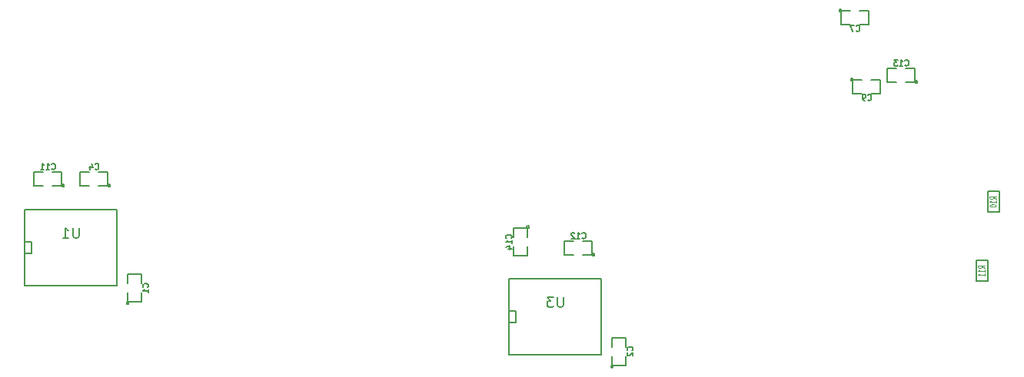
<source format=gbo>
G04 (created by PCBNEW-RS274X (2012-apr-16-27)-stable) date Sat 25 Jan 2014 11:43:21 AM EET*
G01*
G70*
G90*
%MOIN*%
G04 Gerber Fmt 3.4, Leading zero omitted, Abs format*
%FSLAX34Y34*%
G04 APERTURE LIST*
%ADD10C,0.006000*%
%ADD11C,0.005000*%
%ADD12C,0.008000*%
%ADD13C,0.004500*%
G04 APERTURE END LIST*
G54D10*
G54D11*
X65750Y-40850D02*
X61750Y-40850D01*
X61750Y-40850D02*
X61750Y-44150D01*
X61750Y-44150D02*
X65750Y-44150D01*
X65750Y-44150D02*
X65750Y-40850D01*
X61750Y-42750D02*
X62050Y-42750D01*
X62050Y-42750D02*
X62050Y-42250D01*
X62050Y-42250D02*
X61750Y-42250D01*
X44750Y-37850D02*
X40750Y-37850D01*
X40750Y-37850D02*
X40750Y-41150D01*
X40750Y-41150D02*
X44750Y-41150D01*
X44750Y-41150D02*
X44750Y-37850D01*
X40750Y-39750D02*
X41050Y-39750D01*
X41050Y-39750D02*
X41050Y-39250D01*
X41050Y-39250D02*
X40750Y-39250D01*
X42450Y-36800D02*
X42449Y-36809D01*
X42446Y-36819D01*
X42441Y-36827D01*
X42435Y-36835D01*
X42427Y-36841D01*
X42419Y-36846D01*
X42410Y-36848D01*
X42400Y-36849D01*
X42391Y-36849D01*
X42382Y-36846D01*
X42373Y-36841D01*
X42366Y-36835D01*
X42359Y-36828D01*
X42355Y-36819D01*
X42352Y-36810D01*
X42351Y-36800D01*
X42351Y-36791D01*
X42354Y-36782D01*
X42358Y-36773D01*
X42365Y-36766D01*
X42372Y-36759D01*
X42380Y-36755D01*
X42390Y-36752D01*
X42399Y-36751D01*
X42408Y-36751D01*
X42418Y-36754D01*
X42426Y-36758D01*
X42434Y-36764D01*
X42440Y-36772D01*
X42445Y-36780D01*
X42448Y-36789D01*
X42449Y-36799D01*
X42450Y-36800D01*
X41950Y-36800D02*
X42350Y-36800D01*
X42350Y-36800D02*
X42350Y-36200D01*
X42350Y-36200D02*
X41950Y-36200D01*
X41550Y-36200D02*
X41150Y-36200D01*
X41150Y-36200D02*
X41150Y-36800D01*
X41150Y-36800D02*
X41550Y-36800D01*
X65450Y-39800D02*
X65449Y-39809D01*
X65446Y-39819D01*
X65441Y-39827D01*
X65435Y-39835D01*
X65427Y-39841D01*
X65419Y-39846D01*
X65410Y-39848D01*
X65400Y-39849D01*
X65391Y-39849D01*
X65382Y-39846D01*
X65373Y-39841D01*
X65366Y-39835D01*
X65359Y-39828D01*
X65355Y-39819D01*
X65352Y-39810D01*
X65351Y-39800D01*
X65351Y-39791D01*
X65354Y-39782D01*
X65358Y-39773D01*
X65365Y-39766D01*
X65372Y-39759D01*
X65380Y-39755D01*
X65390Y-39752D01*
X65399Y-39751D01*
X65408Y-39751D01*
X65418Y-39754D01*
X65426Y-39758D01*
X65434Y-39764D01*
X65440Y-39772D01*
X65445Y-39780D01*
X65448Y-39789D01*
X65449Y-39799D01*
X65450Y-39800D01*
X64950Y-39800D02*
X65350Y-39800D01*
X65350Y-39800D02*
X65350Y-39200D01*
X65350Y-39200D02*
X64950Y-39200D01*
X64550Y-39200D02*
X64150Y-39200D01*
X64150Y-39200D02*
X64150Y-39800D01*
X64150Y-39800D02*
X64550Y-39800D01*
X79450Y-32300D02*
X79449Y-32309D01*
X79446Y-32319D01*
X79441Y-32327D01*
X79435Y-32335D01*
X79427Y-32341D01*
X79419Y-32346D01*
X79410Y-32348D01*
X79400Y-32349D01*
X79391Y-32349D01*
X79382Y-32346D01*
X79373Y-32341D01*
X79366Y-32335D01*
X79359Y-32328D01*
X79355Y-32319D01*
X79352Y-32310D01*
X79351Y-32300D01*
X79351Y-32291D01*
X79354Y-32282D01*
X79358Y-32273D01*
X79365Y-32266D01*
X79372Y-32259D01*
X79380Y-32255D01*
X79390Y-32252D01*
X79399Y-32251D01*
X79408Y-32251D01*
X79418Y-32254D01*
X79426Y-32258D01*
X79434Y-32264D01*
X79440Y-32272D01*
X79445Y-32280D01*
X79448Y-32289D01*
X79449Y-32299D01*
X79450Y-32300D01*
X78950Y-32300D02*
X79350Y-32300D01*
X79350Y-32300D02*
X79350Y-31700D01*
X79350Y-31700D02*
X78950Y-31700D01*
X78550Y-31700D02*
X78150Y-31700D01*
X78150Y-31700D02*
X78150Y-32300D01*
X78150Y-32300D02*
X78550Y-32300D01*
X62600Y-38600D02*
X62599Y-38609D01*
X62596Y-38619D01*
X62591Y-38627D01*
X62585Y-38635D01*
X62577Y-38641D01*
X62569Y-38646D01*
X62560Y-38648D01*
X62550Y-38649D01*
X62541Y-38649D01*
X62532Y-38646D01*
X62523Y-38641D01*
X62516Y-38635D01*
X62509Y-38628D01*
X62505Y-38619D01*
X62502Y-38610D01*
X62501Y-38600D01*
X62501Y-38591D01*
X62504Y-38582D01*
X62508Y-38573D01*
X62515Y-38566D01*
X62522Y-38559D01*
X62530Y-38555D01*
X62540Y-38552D01*
X62549Y-38551D01*
X62558Y-38551D01*
X62568Y-38554D01*
X62576Y-38558D01*
X62584Y-38564D01*
X62590Y-38572D01*
X62595Y-38580D01*
X62598Y-38589D01*
X62599Y-38599D01*
X62600Y-38600D01*
X62550Y-39050D02*
X62550Y-38650D01*
X62550Y-38650D02*
X61950Y-38650D01*
X61950Y-38650D02*
X61950Y-39050D01*
X61950Y-39450D02*
X61950Y-39850D01*
X61950Y-39850D02*
X62550Y-39850D01*
X62550Y-39850D02*
X62550Y-39450D01*
X45250Y-41900D02*
X45249Y-41909D01*
X45246Y-41919D01*
X45241Y-41927D01*
X45235Y-41935D01*
X45227Y-41941D01*
X45219Y-41946D01*
X45210Y-41948D01*
X45200Y-41949D01*
X45191Y-41949D01*
X45182Y-41946D01*
X45173Y-41941D01*
X45166Y-41935D01*
X45159Y-41928D01*
X45155Y-41919D01*
X45152Y-41910D01*
X45151Y-41900D01*
X45151Y-41891D01*
X45154Y-41882D01*
X45158Y-41873D01*
X45165Y-41866D01*
X45172Y-41859D01*
X45180Y-41855D01*
X45190Y-41852D01*
X45199Y-41851D01*
X45208Y-41851D01*
X45218Y-41854D01*
X45226Y-41858D01*
X45234Y-41864D01*
X45240Y-41872D01*
X45245Y-41880D01*
X45248Y-41889D01*
X45249Y-41899D01*
X45250Y-41900D01*
X45200Y-41450D02*
X45200Y-41850D01*
X45200Y-41850D02*
X45800Y-41850D01*
X45800Y-41850D02*
X45800Y-41450D01*
X45800Y-41050D02*
X45800Y-40650D01*
X45800Y-40650D02*
X45200Y-40650D01*
X45200Y-40650D02*
X45200Y-41050D01*
X44450Y-36800D02*
X44449Y-36809D01*
X44446Y-36819D01*
X44441Y-36827D01*
X44435Y-36835D01*
X44427Y-36841D01*
X44419Y-36846D01*
X44410Y-36848D01*
X44400Y-36849D01*
X44391Y-36849D01*
X44382Y-36846D01*
X44373Y-36841D01*
X44366Y-36835D01*
X44359Y-36828D01*
X44355Y-36819D01*
X44352Y-36810D01*
X44351Y-36800D01*
X44351Y-36791D01*
X44354Y-36782D01*
X44358Y-36773D01*
X44365Y-36766D01*
X44372Y-36759D01*
X44380Y-36755D01*
X44390Y-36752D01*
X44399Y-36751D01*
X44408Y-36751D01*
X44418Y-36754D01*
X44426Y-36758D01*
X44434Y-36764D01*
X44440Y-36772D01*
X44445Y-36780D01*
X44448Y-36789D01*
X44449Y-36799D01*
X44450Y-36800D01*
X43950Y-36800D02*
X44350Y-36800D01*
X44350Y-36800D02*
X44350Y-36200D01*
X44350Y-36200D02*
X43950Y-36200D01*
X43550Y-36200D02*
X43150Y-36200D01*
X43150Y-36200D02*
X43150Y-36800D01*
X43150Y-36800D02*
X43550Y-36800D01*
X66250Y-44650D02*
X66249Y-44659D01*
X66246Y-44669D01*
X66241Y-44677D01*
X66235Y-44685D01*
X66227Y-44691D01*
X66219Y-44696D01*
X66210Y-44698D01*
X66200Y-44699D01*
X66191Y-44699D01*
X66182Y-44696D01*
X66173Y-44691D01*
X66166Y-44685D01*
X66159Y-44678D01*
X66155Y-44669D01*
X66152Y-44660D01*
X66151Y-44650D01*
X66151Y-44641D01*
X66154Y-44632D01*
X66158Y-44623D01*
X66165Y-44616D01*
X66172Y-44609D01*
X66180Y-44605D01*
X66190Y-44602D01*
X66199Y-44601D01*
X66208Y-44601D01*
X66218Y-44604D01*
X66226Y-44608D01*
X66234Y-44614D01*
X66240Y-44622D01*
X66245Y-44630D01*
X66248Y-44639D01*
X66249Y-44649D01*
X66250Y-44650D01*
X66200Y-44200D02*
X66200Y-44600D01*
X66200Y-44600D02*
X66800Y-44600D01*
X66800Y-44600D02*
X66800Y-44200D01*
X66800Y-43800D02*
X66800Y-43400D01*
X66800Y-43400D02*
X66200Y-43400D01*
X66200Y-43400D02*
X66200Y-43800D01*
X76150Y-29200D02*
X76149Y-29209D01*
X76146Y-29219D01*
X76141Y-29227D01*
X76135Y-29235D01*
X76127Y-29241D01*
X76119Y-29246D01*
X76110Y-29248D01*
X76100Y-29249D01*
X76091Y-29249D01*
X76082Y-29246D01*
X76073Y-29241D01*
X76066Y-29235D01*
X76059Y-29228D01*
X76055Y-29219D01*
X76052Y-29210D01*
X76051Y-29200D01*
X76051Y-29191D01*
X76054Y-29182D01*
X76058Y-29173D01*
X76065Y-29166D01*
X76072Y-29159D01*
X76080Y-29155D01*
X76090Y-29152D01*
X76099Y-29151D01*
X76108Y-29151D01*
X76118Y-29154D01*
X76126Y-29158D01*
X76134Y-29164D01*
X76140Y-29172D01*
X76145Y-29180D01*
X76148Y-29189D01*
X76149Y-29199D01*
X76150Y-29200D01*
X76550Y-29200D02*
X76150Y-29200D01*
X76150Y-29200D02*
X76150Y-29800D01*
X76150Y-29800D02*
X76550Y-29800D01*
X76950Y-29800D02*
X77350Y-29800D01*
X77350Y-29800D02*
X77350Y-29200D01*
X77350Y-29200D02*
X76950Y-29200D01*
X76650Y-32200D02*
X76649Y-32209D01*
X76646Y-32219D01*
X76641Y-32227D01*
X76635Y-32235D01*
X76627Y-32241D01*
X76619Y-32246D01*
X76610Y-32248D01*
X76600Y-32249D01*
X76591Y-32249D01*
X76582Y-32246D01*
X76573Y-32241D01*
X76566Y-32235D01*
X76559Y-32228D01*
X76555Y-32219D01*
X76552Y-32210D01*
X76551Y-32200D01*
X76551Y-32191D01*
X76554Y-32182D01*
X76558Y-32173D01*
X76565Y-32166D01*
X76572Y-32159D01*
X76580Y-32155D01*
X76590Y-32152D01*
X76599Y-32151D01*
X76608Y-32151D01*
X76618Y-32154D01*
X76626Y-32158D01*
X76634Y-32164D01*
X76640Y-32172D01*
X76645Y-32180D01*
X76648Y-32189D01*
X76649Y-32199D01*
X76650Y-32200D01*
X77050Y-32200D02*
X76650Y-32200D01*
X76650Y-32200D02*
X76650Y-32800D01*
X76650Y-32800D02*
X77050Y-32800D01*
X77450Y-32800D02*
X77850Y-32800D01*
X77850Y-32800D02*
X77850Y-32200D01*
X77850Y-32200D02*
X77450Y-32200D01*
X82500Y-37050D02*
X82500Y-37950D01*
X82500Y-37950D02*
X83000Y-37950D01*
X83000Y-37950D02*
X83000Y-37050D01*
X83000Y-37050D02*
X82500Y-37050D01*
X82000Y-40050D02*
X82000Y-40950D01*
X82000Y-40950D02*
X82500Y-40950D01*
X82500Y-40950D02*
X82500Y-40050D01*
X82500Y-40050D02*
X82000Y-40050D01*
G54D12*
X64093Y-41632D02*
X64093Y-41996D01*
X64071Y-42039D01*
X64050Y-42061D01*
X64007Y-42082D01*
X63921Y-42082D01*
X63879Y-42061D01*
X63857Y-42039D01*
X63836Y-41996D01*
X63836Y-41632D01*
X63665Y-41632D02*
X63386Y-41632D01*
X63536Y-41804D01*
X63472Y-41804D01*
X63429Y-41825D01*
X63408Y-41846D01*
X63386Y-41889D01*
X63386Y-41996D01*
X63408Y-42039D01*
X63429Y-42061D01*
X63472Y-42082D01*
X63600Y-42082D01*
X63643Y-42061D01*
X63665Y-42039D01*
X43093Y-38632D02*
X43093Y-38996D01*
X43071Y-39039D01*
X43050Y-39061D01*
X43007Y-39082D01*
X42921Y-39082D01*
X42879Y-39061D01*
X42857Y-39039D01*
X42836Y-38996D01*
X42836Y-38632D01*
X42386Y-39082D02*
X42643Y-39082D01*
X42515Y-39082D02*
X42515Y-38632D01*
X42558Y-38696D01*
X42600Y-38739D01*
X42643Y-38761D01*
G54D11*
X41911Y-36077D02*
X41923Y-36089D01*
X41958Y-36101D01*
X41982Y-36101D01*
X42018Y-36089D01*
X42042Y-36065D01*
X42053Y-36042D01*
X42065Y-35994D01*
X42065Y-35958D01*
X42053Y-35911D01*
X42042Y-35887D01*
X42018Y-35863D01*
X41982Y-35851D01*
X41958Y-35851D01*
X41923Y-35863D01*
X41911Y-35875D01*
X41673Y-36101D02*
X41815Y-36101D01*
X41744Y-36101D02*
X41744Y-35851D01*
X41768Y-35887D01*
X41792Y-35911D01*
X41815Y-35923D01*
X41435Y-36101D02*
X41577Y-36101D01*
X41506Y-36101D02*
X41506Y-35851D01*
X41530Y-35887D01*
X41554Y-35911D01*
X41577Y-35923D01*
X64911Y-39077D02*
X64923Y-39089D01*
X64958Y-39101D01*
X64982Y-39101D01*
X65018Y-39089D01*
X65042Y-39065D01*
X65053Y-39042D01*
X65065Y-38994D01*
X65065Y-38958D01*
X65053Y-38911D01*
X65042Y-38887D01*
X65018Y-38863D01*
X64982Y-38851D01*
X64958Y-38851D01*
X64923Y-38863D01*
X64911Y-38875D01*
X64673Y-39101D02*
X64815Y-39101D01*
X64744Y-39101D02*
X64744Y-38851D01*
X64768Y-38887D01*
X64792Y-38911D01*
X64815Y-38923D01*
X64577Y-38875D02*
X64565Y-38863D01*
X64542Y-38851D01*
X64482Y-38851D01*
X64458Y-38863D01*
X64446Y-38875D01*
X64435Y-38899D01*
X64435Y-38923D01*
X64446Y-38958D01*
X64589Y-39101D01*
X64435Y-39101D01*
X78911Y-31577D02*
X78923Y-31589D01*
X78958Y-31601D01*
X78982Y-31601D01*
X79018Y-31589D01*
X79042Y-31565D01*
X79053Y-31542D01*
X79065Y-31494D01*
X79065Y-31458D01*
X79053Y-31411D01*
X79042Y-31387D01*
X79018Y-31363D01*
X78982Y-31351D01*
X78958Y-31351D01*
X78923Y-31363D01*
X78911Y-31375D01*
X78673Y-31601D02*
X78815Y-31601D01*
X78744Y-31601D02*
X78744Y-31351D01*
X78768Y-31387D01*
X78792Y-31411D01*
X78815Y-31423D01*
X78589Y-31351D02*
X78435Y-31351D01*
X78518Y-31446D01*
X78482Y-31446D01*
X78458Y-31458D01*
X78446Y-31470D01*
X78435Y-31494D01*
X78435Y-31554D01*
X78446Y-31577D01*
X78458Y-31589D01*
X78482Y-31601D01*
X78554Y-31601D01*
X78577Y-31589D01*
X78589Y-31577D01*
X61827Y-39089D02*
X61839Y-39077D01*
X61851Y-39042D01*
X61851Y-39018D01*
X61839Y-38982D01*
X61815Y-38958D01*
X61792Y-38947D01*
X61744Y-38935D01*
X61708Y-38935D01*
X61661Y-38947D01*
X61637Y-38958D01*
X61613Y-38982D01*
X61601Y-39018D01*
X61601Y-39042D01*
X61613Y-39077D01*
X61625Y-39089D01*
X61851Y-39327D02*
X61851Y-39185D01*
X61851Y-39256D02*
X61601Y-39256D01*
X61637Y-39232D01*
X61661Y-39208D01*
X61673Y-39185D01*
X61685Y-39542D02*
X61851Y-39542D01*
X61589Y-39482D02*
X61768Y-39423D01*
X61768Y-39577D01*
X46077Y-41208D02*
X46089Y-41196D01*
X46101Y-41161D01*
X46101Y-41137D01*
X46089Y-41101D01*
X46065Y-41077D01*
X46042Y-41066D01*
X45994Y-41054D01*
X45958Y-41054D01*
X45911Y-41066D01*
X45887Y-41077D01*
X45863Y-41101D01*
X45851Y-41137D01*
X45851Y-41161D01*
X45863Y-41196D01*
X45875Y-41208D01*
X46101Y-41446D02*
X46101Y-41304D01*
X46101Y-41375D02*
X45851Y-41375D01*
X45887Y-41351D01*
X45911Y-41327D01*
X45923Y-41304D01*
X43792Y-36077D02*
X43804Y-36089D01*
X43839Y-36101D01*
X43863Y-36101D01*
X43899Y-36089D01*
X43923Y-36065D01*
X43934Y-36042D01*
X43946Y-35994D01*
X43946Y-35958D01*
X43934Y-35911D01*
X43923Y-35887D01*
X43899Y-35863D01*
X43863Y-35851D01*
X43839Y-35851D01*
X43804Y-35863D01*
X43792Y-35875D01*
X43577Y-35935D02*
X43577Y-36101D01*
X43637Y-35839D02*
X43696Y-36018D01*
X43542Y-36018D01*
X67077Y-43958D02*
X67089Y-43946D01*
X67101Y-43911D01*
X67101Y-43887D01*
X67089Y-43851D01*
X67065Y-43827D01*
X67042Y-43816D01*
X66994Y-43804D01*
X66958Y-43804D01*
X66911Y-43816D01*
X66887Y-43827D01*
X66863Y-43851D01*
X66851Y-43887D01*
X66851Y-43911D01*
X66863Y-43946D01*
X66875Y-43958D01*
X66875Y-44054D02*
X66863Y-44066D01*
X66851Y-44089D01*
X66851Y-44149D01*
X66863Y-44173D01*
X66875Y-44185D01*
X66899Y-44196D01*
X66923Y-44196D01*
X66958Y-44185D01*
X67101Y-44042D01*
X67101Y-44196D01*
X76792Y-30077D02*
X76804Y-30089D01*
X76839Y-30101D01*
X76863Y-30101D01*
X76899Y-30089D01*
X76923Y-30065D01*
X76934Y-30042D01*
X76946Y-29994D01*
X76946Y-29958D01*
X76934Y-29911D01*
X76923Y-29887D01*
X76899Y-29863D01*
X76863Y-29851D01*
X76839Y-29851D01*
X76804Y-29863D01*
X76792Y-29875D01*
X76708Y-29851D02*
X76542Y-29851D01*
X76649Y-30101D01*
X77292Y-33077D02*
X77304Y-33089D01*
X77339Y-33101D01*
X77363Y-33101D01*
X77399Y-33089D01*
X77423Y-33065D01*
X77434Y-33042D01*
X77446Y-32994D01*
X77446Y-32958D01*
X77434Y-32911D01*
X77423Y-32887D01*
X77399Y-32863D01*
X77363Y-32851D01*
X77339Y-32851D01*
X77304Y-32863D01*
X77292Y-32875D01*
X77173Y-33101D02*
X77125Y-33101D01*
X77101Y-33089D01*
X77089Y-33077D01*
X77065Y-33042D01*
X77054Y-32994D01*
X77054Y-32899D01*
X77065Y-32875D01*
X77077Y-32863D01*
X77101Y-32851D01*
X77149Y-32851D01*
X77173Y-32863D01*
X77184Y-32875D01*
X77196Y-32899D01*
X77196Y-32958D01*
X77184Y-32982D01*
X77173Y-32994D01*
X77149Y-33006D01*
X77101Y-33006D01*
X77077Y-32994D01*
X77065Y-32982D01*
X77054Y-32958D01*
G54D13*
X82863Y-37385D02*
X82730Y-37325D01*
X82863Y-37282D02*
X82583Y-37282D01*
X82583Y-37350D01*
X82597Y-37368D01*
X82610Y-37376D01*
X82637Y-37385D01*
X82677Y-37385D01*
X82703Y-37376D01*
X82717Y-37368D01*
X82730Y-37350D01*
X82730Y-37282D01*
X82863Y-37556D02*
X82863Y-37453D01*
X82863Y-37505D02*
X82583Y-37505D01*
X82623Y-37488D01*
X82650Y-37470D01*
X82663Y-37453D01*
X82583Y-37667D02*
X82583Y-37684D01*
X82597Y-37701D01*
X82610Y-37710D01*
X82637Y-37719D01*
X82690Y-37727D01*
X82757Y-37727D01*
X82810Y-37719D01*
X82837Y-37710D01*
X82850Y-37701D01*
X82863Y-37684D01*
X82863Y-37667D01*
X82850Y-37650D01*
X82837Y-37641D01*
X82810Y-37633D01*
X82757Y-37624D01*
X82690Y-37624D01*
X82637Y-37633D01*
X82610Y-37641D01*
X82597Y-37650D01*
X82583Y-37667D01*
X82363Y-40385D02*
X82230Y-40325D01*
X82363Y-40282D02*
X82083Y-40282D01*
X82083Y-40350D01*
X82097Y-40368D01*
X82110Y-40376D01*
X82137Y-40385D01*
X82177Y-40385D01*
X82203Y-40376D01*
X82217Y-40368D01*
X82230Y-40350D01*
X82230Y-40282D01*
X82363Y-40556D02*
X82363Y-40453D01*
X82363Y-40505D02*
X82083Y-40505D01*
X82123Y-40488D01*
X82150Y-40470D01*
X82163Y-40453D01*
X82363Y-40727D02*
X82363Y-40624D01*
X82363Y-40676D02*
X82083Y-40676D01*
X82123Y-40659D01*
X82150Y-40641D01*
X82163Y-40624D01*
M02*

</source>
